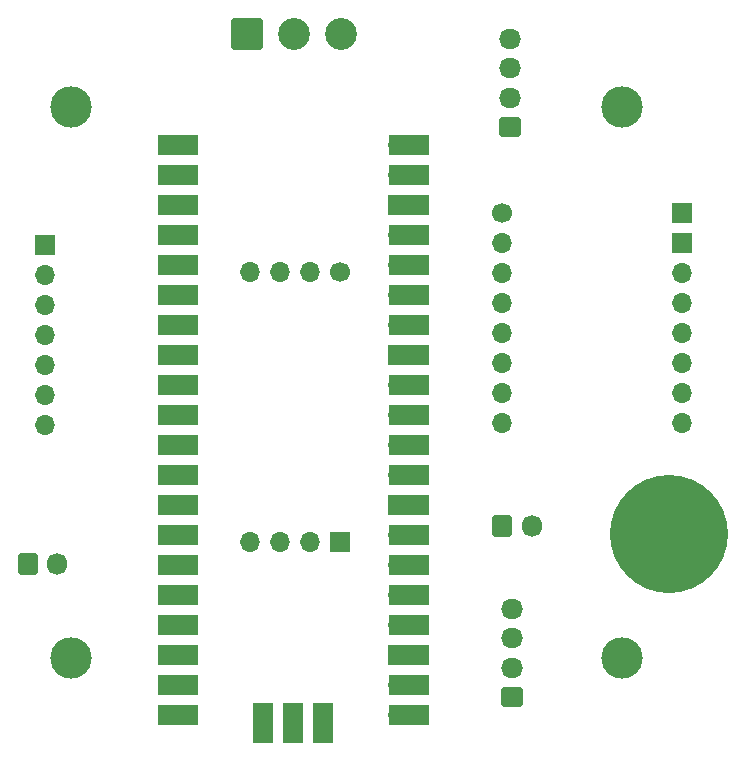
<source format=gbr>
%TF.GenerationSoftware,KiCad,Pcbnew,(6.0.6)*%
%TF.CreationDate,2022-08-17T10:37:05+09:00*%
%TF.ProjectId,0726,30373236-2e6b-4696-9361-645f70636258,rev?*%
%TF.SameCoordinates,Original*%
%TF.FileFunction,Soldermask,Top*%
%TF.FilePolarity,Negative*%
%FSLAX46Y46*%
G04 Gerber Fmt 4.6, Leading zero omitted, Abs format (unit mm)*
G04 Created by KiCad (PCBNEW (6.0.6)) date 2022-08-17 10:37:05*
%MOMM*%
%LPD*%
G01*
G04 APERTURE LIST*
G04 Aperture macros list*
%AMRoundRect*
0 Rectangle with rounded corners*
0 $1 Rounding radius*
0 $2 $3 $4 $5 $6 $7 $8 $9 X,Y pos of 4 corners*
0 Add a 4 corners polygon primitive as box body*
4,1,4,$2,$3,$4,$5,$6,$7,$8,$9,$2,$3,0*
0 Add four circle primitives for the rounded corners*
1,1,$1+$1,$2,$3*
1,1,$1+$1,$4,$5*
1,1,$1+$1,$6,$7*
1,1,$1+$1,$8,$9*
0 Add four rect primitives between the rounded corners*
20,1,$1+$1,$2,$3,$4,$5,0*
20,1,$1+$1,$4,$5,$6,$7,0*
20,1,$1+$1,$6,$7,$8,$9,0*
20,1,$1+$1,$8,$9,$2,$3,0*%
G04 Aperture macros list end*
%ADD10O,1.850000X1.700000*%
%ADD11RoundRect,0.250000X0.675000X-0.600000X0.675000X0.600000X-0.675000X0.600000X-0.675000X-0.600000X0*%
%ADD12RoundRect,0.250000X-0.600000X-0.675000X0.600000X-0.675000X0.600000X0.675000X-0.600000X0.675000X0*%
%ADD13O,1.700000X1.850000*%
%ADD14C,10.000000*%
%ADD15C,1.700000*%
%ADD16O,1.700000X1.700000*%
%ADD17R,1.700000X1.700000*%
%ADD18C,3.500000*%
%ADD19RoundRect,0.250001X-1.099999X-1.099999X1.099999X-1.099999X1.099999X1.099999X-1.099999X1.099999X0*%
%ADD20C,2.700000*%
%ADD21R,3.500000X1.700000*%
%ADD22R,1.700000X3.500000*%
G04 APERTURE END LIST*
D10*
%TO.C,J6*%
X146304000Y-78860000D03*
X146304000Y-81360000D03*
X146304000Y-83860000D03*
D11*
X146304000Y-86360000D03*
%TD*%
D12*
%TO.C,J1*%
X105489999Y-123316000D03*
D13*
X107989999Y-123316000D03*
%TD*%
D14*
%TO.C,H5*%
X159750000Y-120776000D03*
%TD*%
D12*
%TO.C,J5*%
X145641999Y-120156000D03*
D13*
X148141999Y-120156000D03*
%TD*%
D15*
%TO.C,Rs232_to_ttl*%
X131905999Y-98618000D03*
D16*
X129365999Y-98618000D03*
X126825999Y-98618000D03*
X124285999Y-98618000D03*
X124285999Y-121478000D03*
X126825999Y-121478000D03*
X129365999Y-121478000D03*
D17*
X131905999Y-121478000D03*
%TD*%
D18*
%TO.C,H4*%
X109165476Y-131334524D03*
%TD*%
D17*
%TO.C,J4*%
X160919999Y-93650000D03*
X160919999Y-96190000D03*
D16*
X160919999Y-98730000D03*
X160919999Y-101270000D03*
X160919999Y-103810000D03*
X160919999Y-106350000D03*
X160919999Y-108890000D03*
X160919999Y-111430000D03*
X145679999Y-111430000D03*
X145679999Y-108890000D03*
X145679999Y-106350000D03*
X145679999Y-103810000D03*
X145679999Y-101270000D03*
X145679999Y-98730000D03*
X145679999Y-96190000D03*
D15*
X145679999Y-93650000D03*
%TD*%
D18*
%TO.C,H3*%
X109165477Y-84665477D03*
%TD*%
D19*
%TO.C,J2*%
X124056000Y-78500001D03*
D20*
X128016000Y-78500001D03*
X131976000Y-78500001D03*
%TD*%
D11*
%TO.C,Oxyzen_Sensor*%
X146511000Y-134619000D03*
D10*
X146511000Y-132119000D03*
X146511000Y-129619000D03*
X146511000Y-127119000D03*
%TD*%
D16*
%TO.C,U1*%
X119079000Y-87892000D03*
D21*
X118179000Y-87892000D03*
X118179000Y-90432000D03*
D16*
X119079000Y-90432000D03*
D21*
X118179000Y-92972000D03*
D17*
X119079000Y-92972000D03*
D16*
X119079000Y-95512000D03*
D21*
X118179000Y-95512000D03*
X118179000Y-98052000D03*
D16*
X119079000Y-98052000D03*
X119079000Y-100592000D03*
D21*
X118179000Y-100592000D03*
D16*
X119079000Y-103132000D03*
D21*
X118179000Y-103132000D03*
D17*
X119079000Y-105672000D03*
D21*
X118179000Y-105672000D03*
D16*
X119079000Y-108212000D03*
D21*
X118179000Y-108212000D03*
D16*
X119079000Y-110752000D03*
D21*
X118179000Y-110752000D03*
X118179000Y-113292000D03*
D16*
X119079000Y-113292000D03*
X119079000Y-115832000D03*
D21*
X118179000Y-115832000D03*
X118179000Y-118372000D03*
D17*
X119079000Y-118372000D03*
D21*
X118179000Y-120912000D03*
D16*
X119079000Y-120912000D03*
D21*
X118179000Y-123452000D03*
D16*
X119079000Y-123452000D03*
D21*
X118179000Y-125992000D03*
D16*
X119079000Y-125992000D03*
D21*
X118179000Y-128532000D03*
D16*
X119079000Y-128532000D03*
D17*
X119079000Y-131072000D03*
D21*
X118179000Y-131072000D03*
X118179000Y-133612000D03*
D16*
X119079000Y-133612000D03*
D21*
X118179000Y-136152000D03*
D16*
X119079000Y-136152000D03*
X136859000Y-136152000D03*
D21*
X137759000Y-136152000D03*
X137759000Y-133612000D03*
D16*
X136859000Y-133612000D03*
D21*
X137759000Y-131072000D03*
D17*
X136859000Y-131072000D03*
D16*
X136859000Y-128532000D03*
D21*
X137759000Y-128532000D03*
X137759000Y-125992000D03*
D16*
X136859000Y-125992000D03*
D21*
X137759000Y-123452000D03*
D16*
X136859000Y-123452000D03*
X136859000Y-120912000D03*
D21*
X137759000Y-120912000D03*
X137759000Y-118372000D03*
D17*
X136859000Y-118372000D03*
D21*
X137759000Y-115832000D03*
D16*
X136859000Y-115832000D03*
X136859000Y-113292000D03*
D21*
X137759000Y-113292000D03*
D16*
X136859000Y-110752000D03*
D21*
X137759000Y-110752000D03*
X137759000Y-108212000D03*
D16*
X136859000Y-108212000D03*
D21*
X137759000Y-105672000D03*
D17*
X136859000Y-105672000D03*
D21*
X137759000Y-103132000D03*
D16*
X136859000Y-103132000D03*
X136859000Y-100592000D03*
D21*
X137759000Y-100592000D03*
X137759000Y-98052000D03*
D16*
X136859000Y-98052000D03*
X136859000Y-95512000D03*
D21*
X137759000Y-95512000D03*
X137759000Y-92972000D03*
D17*
X136859000Y-92972000D03*
D16*
X136859000Y-90432000D03*
D21*
X137759000Y-90432000D03*
D16*
X136859000Y-87892000D03*
D21*
X137759000Y-87892000D03*
D16*
X125429000Y-135922000D03*
D22*
X125429000Y-136822000D03*
D17*
X127969000Y-135922000D03*
D22*
X127969000Y-136822000D03*
X130509000Y-136822000D03*
D16*
X130509000Y-135922000D03*
%TD*%
D18*
%TO.C,H2*%
X155834523Y-131334524D03*
%TD*%
%TO.C,H1*%
X155834523Y-84665477D03*
%TD*%
D17*
%TO.C,J3*%
X106952000Y-96352000D03*
D16*
X106952000Y-98892000D03*
X106952000Y-101432000D03*
X106952000Y-103972000D03*
X106952000Y-106512000D03*
X106952000Y-109052000D03*
X106952000Y-111592000D03*
%TD*%
M02*

</source>
